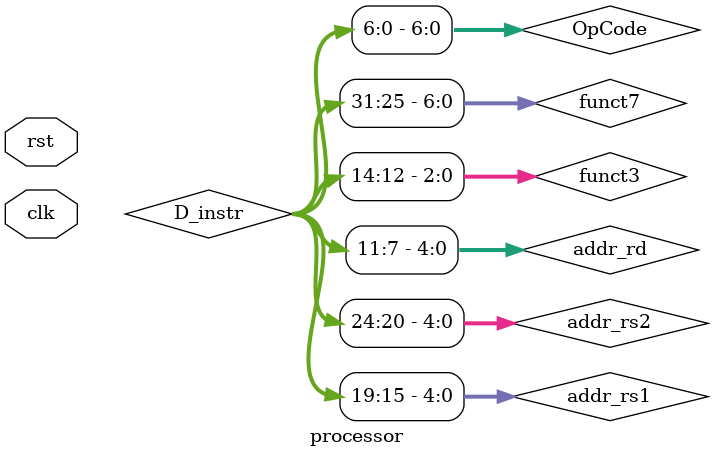
<source format=sv>
`timescale 1ns / 1ps

module processor(input logic clk, input logic rst); // acts as whole processor module 
        
        /* 
        // Pipelining 
        // where do I add the IF/ID register ? 
        // NOTE: an underscore in my design would specify output 
        // of a pipeline register
        */ 
        
        // 1. program counter 
        
        /* IF/ID start*/
        logic [31:0] pc, pc_next;  // this signal will be routed back onto via another signal
   
        program_counter  PC (
            .clk(clk), 
            .rst(rst), 
            .pc_next(pc_next),
            .pc(pc)
        );
      
        // 2. instruction memory (word addressed) 
        logic [31:0] instr;
        
        instruction_memory IMEM (
            .rst(rst),  // just outputs invalid (all zero) instruction 
            .addr(pc), // pc dictates the address 
            .instr(instr)  // the instruction
        );
        
        // pipeline register
        logic [31:0] D_pc, D_pc_next, D_instr;
        
        IF_ID_Stage STAGE_1 (
            .clk(clk), 
            .rst(rst),
            .F_pc(pc),
            .F_pc_next(pc_next),
            .F_instr(instr),
            .D_pc(D_pc),
            .D_pc_next(D_pc_next),
            .D_instr(D_instr)
        );

        /* IF/ID end*/
        
        /* ID/EX start */
        
        // so when previous units in the pipeline are being occupied,
        // i would need to store the splitted instruction to account 
        // for previously intended source and destination registers 
        // along with the type of instruction that was supposed to be 
        // executed, via storing the opcode ?
        // Main Control Unit happens to be part of this stage as well.
        
        // 2.5 gotta split this fetched instruction
        logic [6:0] OpCode;  
        logic [4:0] addr_rs1, addr_rs2, addr_rd;
        logic [2:0] funct3; 
        logic [6:0] funct7;
        
        assign OpCode = D_instr[6:0]; 
        assign addr_rd = D_instr[11:7];      // proceeds
        assign funct3 =  D_instr[14:12]; 
        assign addr_rs1 = D_instr[19:15]; 
        assign addr_rs2 = D_instr[24:20]; 
        assign funct7 = D_instr[31:25];
        
        // Control unit for signal generation 
        logic RegWrite; 
        logic ALUSrc;               // proceeds
        logic [1:0] ALUOp;
        
        logic MemWrite, MemRead, MemToReg; // data memory related stuff  <--- proceed
        logic Jump, JumpSrc;  // proceed
        logic Branch;                // proceeds
        logic [1:0] rs1_sel;        // AUIPC + LUI + normal case  <--- proceeds
        
        main_control MCU (
                .OpCode(OpCode),
                .RegWrite(RegWrite), 
                .ALUSrc(ALUSrc),  // alu_src_1 sel signal
                .ALUOp(ALUOp),
                .MemWrite(MemWrite), 
                .MemRead(MemRead), 
                .MemToReg(MemToReg),
                .Jump(Jump),    
                .JumpSrc(JumpSrc),
                .Branch(Branch),
                .rs1_sel(rs1_sel)   // alu_src_2 sel signal
        );
        
        // 3. register file, by now we have the control signal
        // to proceed with the data path
        logic [31:0] result;  // either ALUResult or dataR 
        
        logic [31:0] ALUResult; 
        logic [31:0] rs1, rs2; 
        
        // should the result go to register file or PC + 4, depending on Jump ?
        logic W_Jump; // from the write back stage
        
        logic [31:0] pc_plus_4;
        logic [31:0] write_data_src; 

        assign pc_plus_4 = pc + 4; 
        
        mux_2x1 RESULT_OR_NEXT_INSTR_ADDR_MUX (
            .sel(W_Jump), 
            .a   (result),  // it's part of the write back loop
            .b   (pc_plus_4),  
            .out(write_data_src)  
        );
        
        // signals coming from advanced stages 
        logic W_RegWrite;
        logic [4:0] W_addr_rd;
        
        register_file RF (
            .clk(clk), .rst(rst),
            .RegWrite(W_RegWrite),
            .addr_rs1(addr_rs1), 
            .addr_rs2(addr_rs2),                 // in case of JAL and JALR (for learning), this output/reg is x (don't care), cause we reading imm20 (or 21)
            .addr_rd(W_addr_rd),             // that 'ra' register for example (coming from WB cycle)
            .data (write_data_src),              // goes in here, comes from either the ALU/data memory or PC+4
            .rs1(rs1),
            .rs2(rs2)
        );
        
        // 4. Immediate generation: extend immediate (with this, we would be prepared 
        // to prompt our ALU into computing some useful stuff 
        logic [31:0] immExt; 
 
        immediate_generator IMM_GEN (
            .instr(D_instr),   //receives whole instruction 
            .immExt(immExt)
        );

        // 5. the operands are ready for ALU, 
        // we need ALUControl signals to get our ALU to 
        // perform the desired operation 
        logic [3:0] ALUControl; 
        
        alu_control ALU_CTRL (
            .funct3(funct3), 
            .funct7(funct7), 
            .ALUOp(ALUOp), 
            .OpCode_bit6(OpCode[5]),         // to disable subtraction operation for I type instructions only.
            .ALUControl(ALUControl)
        );
        
        // pipeline register
        // ID/EX pipeline register signals
        // control
        logic        E_MemWrite;
        logic        E_MemRead;
        logic        E_MemToReg;
        logic        E_RegWrite;
        
        logic [3:0]  E_ALUControl;
        
        logic        E_Jump;
        logic        E_JumpSrc;
        logic        E_Branch;
        
        logic          E_ALUSrc;
        logic [1:0]  E_rs1_sel;
        
        // data
        logic [31:0] E_rs1;
        logic [31:0] E_rs2;
        logic [4:0]   E_addr_rs1;
        logic [4:0]   E_addr_rs2;
        logic [4:0]   E_addr_rd;
        
        logic [31:0] E_pc;
        logic [31:0] E_pc_plus_4; 
        logic [31:0] E_pc_next;
        logic [ 2:0 ] E_funct3;
        logic [31:0] E_immExt;

        ID_EX_Stage STAGE_2 (
            .clk(clk), .rst(rst),
            // control 
            .D_MemWrite(MemWrite),
            .D_MemRead(MemRead),
            .D_MemToReg(MemToReg),
            .D_RegWrite(RegWrite),
            .D_ALUControl(ALUControl),
            .D_Jump(Jump),
            .D_JumpSrc(JumpSrc), 
            .D_Branch(Branch), 
            .D_ALUSrc(ALUSrc),
            .D_rs1_sel(rs1_sel),
            //data 
            .D_rs1(rs1),
            .D_rs2(rs2),
            .D_addr_rs1(addr_rs1), 
            .D_addr_rs2(addr_rs2),
            .D_addr_rd(addr_rd),
            .D_pc(D_pc),            // retained from prev stage
            .D_pc_plus_4(pc_plus_4),
            .D_pc_next(D_pc_next),   // ---
            .D_funct3(funct3),
            .D_immExt(immExt), 
            
            // control outputs
            .E_MemWrite(E_MemWrite),
            .E_MemRead(E_MemRead),
            .E_MemToReg(E_MemToReg),
            .E_RegWrite(E_RegWrite),
            .E_ALUControl(E_ALUControl),
            .E_Jump(E_Jump),
            .E_JumpSrc(E_JumpSrc), 
            .E_Branch(E_Branch), 
            .E_ALUSrc(E_ALUSrc),
            .E_rs1_sel(E_rs1_sel),
        
            // data outputs
            .E_rs1(E_rs1),
            .E_rs2(E_rs2),
            .E_addr_rs1(E_addr_rs1), 
            .E_addr_rs2(E_addr_rs2),
            .E_addr_rd(E_addr_rd),
            .E_pc(E_pc),
            .E_pc_plus_4(E_pc_plus_4),
            .E_pc_next(E_pc_next),
            .E_funct3(E_funct3),
            .E_immExt(E_immExt)
        );
        
        /* ID/EX end*/
        
        /* EX/MEM start */
        
        // the control signals are here, next we create the ALU, finally!
        // 6. ALU
                
        // DATA HAZARDS MITIGATION  (RAW)
        // signal needed from ahead stage
        logic M_RegWrite; 
        logic [4:0] M_addr_rd;
        logic [31:0] M_ALUResult;

        
        logic [1:0]  ForwardA, ForwardB; 
        
        FWD_LOGIC FORWARDING (
            .E_addr_rs1(E_addr_rs1), 
            .E_addr_rs2(E_addr_rs2), 
            .M_RegWrite(M_RegWrite), 
            .W_RegWrite(W_RegWrite),
            .M_addr_rd(M_addr_rd),
            .W_addr_rd(W_addr_rd),
            .ForwardA(ForwardA),
            .ForwardB(ForwardB)
        ); 
        
        typedef enum logic [1:0] {
            Fwd_MEM = 2'b00,
            Fwd_WB    = 2'b01,
            Fwd_SRC  = 2'b10,
            
            Invalid      = 2'b11
        } ForwardSrc; 
        
        // alu src1 mux
        logic [31:0] rs1_src;
        
        always_comb
        begin
            case (E_rs1_sel)  
                2'b00:  rs1_src = 32'b0;   // LUI 
                2'b01:  rs1_src = E_pc;      // AUIPC | the concerned instruction 
                2'b10:  rs1_src = E_rs1;    //  normal case
                
                default:
                    rs1_src = 32'bz;  // reserved for future use 
                    
            endcase
        end
        
        // forwarding mux placed after the source reg line
        logic [31:0]  SrcA, SrcB; 
        
        always_comb // p mux 1
        begin 
            case (ForwardA) 
                Fwd_MEM:   SrcA = M_ALUResult;
                Fwd_WB  :    SrcA = result;      // the final result line
                Fwd_SRC:    SrcA = rs1_src;
                Invalid:         SrcA = 32'bz;
            endcase
        end
        
        // forwarding mux to be placed before the source reg line 
        logic [31:0] rs2_src; 
        
        always_comb 
        begin 
            case (ForwardB) // p mux 2
                Fwd_MEM:   SrcB = M_ALUResult; // M_ALUResult is declared below!
                Fwd_WB  :    SrcB = result;      // the final result line
                Fwd_SRC:    SrcB = E_rs2;
                Invalid:         SrcB = 32'bz;
            endcase
        end
        
        // alu src 2 mux
        mux_2x1 REG_OR_IMM_MUX (
            .a(SrcB), 
            .b(E_immExt),
            .sel(E_ALUSrc),
            .out(rs2_src)   // the value we get for rs2 
        );   


        logic IsZero; // branching indicator
        alu  ALU (
            .rs1(SrcA),     // mux placed after the src1 mux
            .rs2(rs2_src), // mux placed before the src1 mux
            .ALUControl(E_ALUControl), 
            .data(ALUResult),    // goes to Register File
            .Zero(IsZero)
        );
        
        // NOTE: rs2_src is a bad name, chnage it. TODO
        
        // [deprecated comment] don't i need an adder here ? yes, cause now we at jumps 
        // we need support for either offsetting the PC with imm20 or PC+4, so a simple
        // mux will do 
        
        always_comb 
        begin 
        
            if (E_Jump) begin
                if (E_JumpSrc) pc_next = ALUResult;         // JALR
                else                  pc_next = E_pc + rs2_src;   // JAL 
            end 
            else if (E_Branch) begin // beq operation 
                if (IsZero) 
                    pc_next = E_pc + E_immExt;   // we need the pc for current instruction .
                else 
                    pc_next = pc_plus_4; // we need the next instruction to be read. we good with computing the pc + 4 in the first ever stage. 
            end
            else  pc_next = pc_plus_4;
             
        end
        
        // pipe line register 
        logic M_MemWrite; 
        logic M_MemRead;
        logic M_Jump;
        // logic M_RegWrite;
        
        logic M_MemToReg; 
         
        // logic [31:0] M_ALUResult;
        logic [31:0] M_rs2;
        logic [ 2:0 ] M_funct3;
        // logic [ 4:0 ] M_addr_rd; // declared above for forwarding logic
        logic [31:0] M_pc_next;
        
        EX_MEM_Stage STAGE_3 (
            .clk(clk),  .rst(rst), 
            .E_MemWrite(E_MemWrite), 
            .E_MemRead(E_MemRead),
            .E_RegWrite (E_RegWrite),
            .E_Jump(E_Jump),
            .E_MemToReg(E_MemToReg),
            .E_ALUResult(ALUResult), 
            .E_rs2(SrcB), // that issue which Anas pointed me at! ;)
            .E_funct3(E_funct3),
            .E_addr_rd(E_addr_rd),
            .E_pc_next(E_pc_next), // i won't apparently be using this i guess :=(
            
            .M_MemWrite(M_MemWrite), 
            .M_MemRead(M_MemRead),
            .M_RegWrite  (M_RegWrite),
            .M_Jump (M_Jump),
            .M_MemToReg(M_MemToReg),
            .M_ALUResult(M_ALUResult), 
            .M_rs2(M_rs2),
            .M_funct3(M_funct3),
            .M_addr_rd(M_addr_rd),
            .M_pc_next(M_pc_next) // won't !!! :(  
        );
        /* EX/MEM end */
        
        // 7. Now this "data" could either be 
        // the result from ALU or data from data memory effectively. 
        // so we need data memory followed by a 2x1 mux to 
        // select between both.
        
        /* MEM/WB start */
        logic [31:0] dataR;
        
        data_memory DMEM (
            .clk(clk), 
            .MemRd(M_MemRead), 
            .MemWr(M_MemWrite),
            .addr(M_ALUResult),   // data here is the computed address from ALU
            .dataW(M_rs2),            // in case of SW
            .funct3(M_funct3),      
            .dataR(dataR)          // data from memory, to be written to a register (LW)
        );
        
        // 8. Mux to propagate either the ALU result or 
        // the Memory data to the register file 
        
        // pipeline processor
        logic W_MemToReg;
        // logic W_RegWrite; 
        
        logic [31:0] W_dataR;
        // logic [ 4:0 ] W_addr_rd; 
        logic [31:0] W_ALUResult;
        logic [31:0] W_pc_next;  // unused still , courtesy of my love for this signal!

        MEM_WB_Stage STAGE_4 (
            .clk(clk), .rst(rst),
            
            .M_RegWrite(M_RegWrite), 
            .M_Jump(M_Jump),
            .M_MemToReg(M_MemToReg),
            .M_dataR (dataR),
            .M_addr_rd(M_addr_rd),
            .M_ALUResult(M_ALUResult),
            .M_pc_next(M_pc_next), // courtesy of my love for this signal yet again!

            .W_RegWrite(W_RegWrite),  // feedsback to ID stage
            .W_Jump(W_Jump),
            .W_MemToReg(W_MemToReg),
            .W_dataR (W_dataR),
            .W_addr_rd(W_addr_rd),
            .W_ALUResult(W_ALUResult),
            .W_pc_next(W_pc_next) 
            
        ); 
        
        mux_2x1 ALU_OR_MEM_OUT (
            .a  (W_ALUResult), // from prev stage
            .b  (W_dataR),             // from curr stage 
            .sel(W_MemToReg), 
            .out(result)                 // this result goes to another mux placed before RF
        );
        
        /* MEM/WB end */
        
endmodule
</source>
